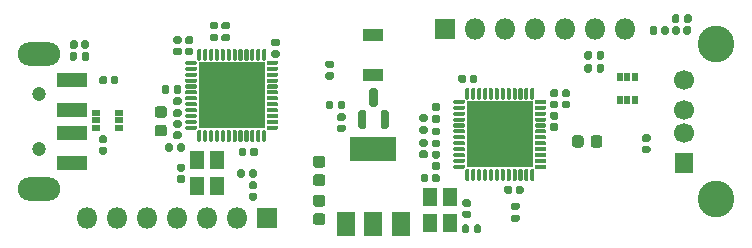
<source format=gbr>
G04 #@! TF.GenerationSoftware,KiCad,Pcbnew,5.1.6-c6e7f7d~87~ubuntu18.04.1*
G04 #@! TF.CreationDate,2021-03-10T21:37:55+06:00*
G04 #@! TF.ProjectId,USG_plus_QFN,5553475f-706c-4757-935f-51464e2e6b69,rev?*
G04 #@! TF.SameCoordinates,Original*
G04 #@! TF.FileFunction,Soldermask,Top*
G04 #@! TF.FilePolarity,Negative*
%FSLAX46Y46*%
G04 Gerber Fmt 4.6, Leading zero omitted, Abs format (unit mm)*
G04 Created by KiCad (PCBNEW 5.1.6-c6e7f7d~87~ubuntu18.04.1) date 2021-03-10 21:37:55*
%MOMM*%
%LPD*%
G01*
G04 APERTURE LIST*
%ADD10R,2.600000X1.200000*%
%ADD11O,3.600000X2.000000*%
%ADD12C,1.200000*%
%ADD13O,1.800000X1.800000*%
%ADD14R,1.800000X1.800000*%
%ADD15C,3.100000*%
%ADD16R,1.600000X1.700000*%
%ADD17C,1.700000*%
%ADD18R,1.800000X1.000000*%
%ADD19R,3.900000X2.100000*%
%ADD20R,1.600000X2.100000*%
%ADD21R,0.750000X0.500000*%
%ADD22R,0.500000X0.750000*%
%ADD23R,1.300000X1.500000*%
%ADD24R,5.700000X5.700000*%
G04 APERTURE END LIST*
G36*
G01*
X147505000Y-137290000D02*
X147895000Y-137290000D01*
G75*
G02*
X148060000Y-137455000I0J-165000D01*
G01*
X148060000Y-137785000D01*
G75*
G02*
X147895000Y-137950000I-165000J0D01*
G01*
X147505000Y-137950000D01*
G75*
G02*
X147340000Y-137785000I0J165000D01*
G01*
X147340000Y-137455000D01*
G75*
G02*
X147505000Y-137290000I165000J0D01*
G01*
G37*
G36*
G01*
X147505000Y-138250000D02*
X147895000Y-138250000D01*
G75*
G02*
X148060000Y-138415000I0J-165000D01*
G01*
X148060000Y-138745000D01*
G75*
G02*
X147895000Y-138910000I-165000J0D01*
G01*
X147505000Y-138910000D01*
G75*
G02*
X147340000Y-138745000I0J165000D01*
G01*
X147340000Y-138415000D01*
G75*
G02*
X147505000Y-138250000I165000J0D01*
G01*
G37*
G36*
G01*
X127075000Y-145475000D02*
X126525000Y-145475000D01*
G75*
G02*
X126275000Y-145225000I0J250000D01*
G01*
X126275000Y-144725000D01*
G75*
G02*
X126525000Y-144475000I250000J0D01*
G01*
X127075000Y-144475000D01*
G75*
G02*
X127325000Y-144725000I0J-250000D01*
G01*
X127325000Y-145225000D01*
G75*
G02*
X127075000Y-145475000I-250000J0D01*
G01*
G37*
G36*
G01*
X127075000Y-143925000D02*
X126525000Y-143925000D01*
G75*
G02*
X126275000Y-143675000I0J250000D01*
G01*
X126275000Y-143175000D01*
G75*
G02*
X126525000Y-142925000I250000J0D01*
G01*
X127075000Y-142925000D01*
G75*
G02*
X127325000Y-143175000I0J-250000D01*
G01*
X127325000Y-143675000D01*
G75*
G02*
X127075000Y-143925000I-250000J0D01*
G01*
G37*
G36*
G01*
X126525000Y-146225000D02*
X127075000Y-146225000D01*
G75*
G02*
X127325000Y-146475000I0J-250000D01*
G01*
X127325000Y-146975000D01*
G75*
G02*
X127075000Y-147225000I-250000J0D01*
G01*
X126525000Y-147225000D01*
G75*
G02*
X126275000Y-146975000I0J250000D01*
G01*
X126275000Y-146475000D01*
G75*
G02*
X126525000Y-146225000I250000J0D01*
G01*
G37*
G36*
G01*
X126525000Y-147775000D02*
X127075000Y-147775000D01*
G75*
G02*
X127325000Y-148025000I0J-250000D01*
G01*
X127325000Y-148525000D01*
G75*
G02*
X127075000Y-148775000I-250000J0D01*
G01*
X126525000Y-148775000D01*
G75*
G02*
X126275000Y-148525000I0J250000D01*
G01*
X126275000Y-148025000D01*
G75*
G02*
X126525000Y-147775000I250000J0D01*
G01*
G37*
G36*
G01*
X113681250Y-141275000D02*
X113118750Y-141275000D01*
G75*
G02*
X112875000Y-141031250I0J243750D01*
G01*
X112875000Y-140543750D01*
G75*
G02*
X113118750Y-140300000I243750J0D01*
G01*
X113681250Y-140300000D01*
G75*
G02*
X113925000Y-140543750I0J-243750D01*
G01*
X113925000Y-141031250D01*
G75*
G02*
X113681250Y-141275000I-243750J0D01*
G01*
G37*
G36*
G01*
X113681250Y-139700000D02*
X113118750Y-139700000D01*
G75*
G02*
X112875000Y-139456250I0J243750D01*
G01*
X112875000Y-138968750D01*
G75*
G02*
X113118750Y-138725000I243750J0D01*
G01*
X113681250Y-138725000D01*
G75*
G02*
X113925000Y-138968750I0J-243750D01*
G01*
X113925000Y-139456250D01*
G75*
G02*
X113681250Y-139700000I-243750J0D01*
G01*
G37*
G36*
G01*
X130625000Y-140625000D02*
X130275000Y-140625000D01*
G75*
G02*
X130100000Y-140450000I0J175000D01*
G01*
X130100000Y-139225000D01*
G75*
G02*
X130275000Y-139050000I175000J0D01*
G01*
X130625000Y-139050000D01*
G75*
G02*
X130800000Y-139225000I0J-175000D01*
G01*
X130800000Y-140450000D01*
G75*
G02*
X130625000Y-140625000I-175000J0D01*
G01*
G37*
G36*
G01*
X132525000Y-140625000D02*
X132175000Y-140625000D01*
G75*
G02*
X132000000Y-140450000I0J175000D01*
G01*
X132000000Y-139225000D01*
G75*
G02*
X132175000Y-139050000I175000J0D01*
G01*
X132525000Y-139050000D01*
G75*
G02*
X132700000Y-139225000I0J-175000D01*
G01*
X132700000Y-140450000D01*
G75*
G02*
X132525000Y-140625000I-175000J0D01*
G01*
G37*
G36*
G01*
X131575000Y-138750000D02*
X131225000Y-138750000D01*
G75*
G02*
X131050000Y-138575000I0J175000D01*
G01*
X131050000Y-137350000D01*
G75*
G02*
X131225000Y-137175000I175000J0D01*
G01*
X131575000Y-137175000D01*
G75*
G02*
X131750000Y-137350000I0J-175000D01*
G01*
X131750000Y-138575000D01*
G75*
G02*
X131575000Y-138750000I-175000J0D01*
G01*
G37*
G36*
G01*
X149200000Y-141418750D02*
X149200000Y-141981250D01*
G75*
G02*
X148956250Y-142225000I-243750J0D01*
G01*
X148468750Y-142225000D01*
G75*
G02*
X148225000Y-141981250I0J243750D01*
G01*
X148225000Y-141418750D01*
G75*
G02*
X148468750Y-141175000I243750J0D01*
G01*
X148956250Y-141175000D01*
G75*
G02*
X149200000Y-141418750I0J-243750D01*
G01*
G37*
G36*
G01*
X150775000Y-141418750D02*
X150775000Y-141981250D01*
G75*
G02*
X150531250Y-142225000I-243750J0D01*
G01*
X150043750Y-142225000D01*
G75*
G02*
X149800000Y-141981250I0J243750D01*
G01*
X149800000Y-141418750D01*
G75*
G02*
X150043750Y-141175000I243750J0D01*
G01*
X150531250Y-141175000D01*
G75*
G02*
X150775000Y-141418750I0J-243750D01*
G01*
G37*
D10*
X105850000Y-141000000D03*
X105850000Y-139000000D03*
X105850000Y-143500000D03*
X105850000Y-136500000D03*
D11*
X103100000Y-145700000D03*
X103100000Y-134300000D03*
D12*
X103100000Y-142300000D03*
X103100000Y-137700000D03*
D13*
X107160000Y-148200000D03*
X109700000Y-148200000D03*
X112240000Y-148200000D03*
X114780000Y-148200000D03*
X117320000Y-148200000D03*
X119860000Y-148200000D03*
D14*
X122400000Y-148200000D03*
X137500000Y-132200000D03*
D13*
X140040000Y-132200000D03*
X142580000Y-132200000D03*
X145120000Y-132200000D03*
X147660000Y-132200000D03*
X150200000Y-132200000D03*
X152740000Y-132200000D03*
D15*
X160410000Y-146570000D03*
X160410000Y-133430000D03*
D16*
X157700000Y-143500000D03*
D17*
X157700000Y-141000000D03*
X157700000Y-139000000D03*
X157700000Y-136500000D03*
D18*
X131400000Y-136100000D03*
X131400000Y-132700000D03*
D19*
X131400000Y-142350000D03*
D20*
X131400000Y-148650000D03*
X133700000Y-148650000D03*
X129100000Y-148650000D03*
D21*
X107950000Y-139250000D03*
X107950000Y-140550000D03*
X109850000Y-139900000D03*
X107950000Y-139900000D03*
X109850000Y-140550000D03*
X109850000Y-139250000D03*
D22*
X153550000Y-138150000D03*
X152250000Y-138150000D03*
X152900000Y-136250000D03*
X152900000Y-138150000D03*
X152250000Y-136250000D03*
X153550000Y-136250000D03*
D23*
X118150000Y-143300000D03*
X118150000Y-145500000D03*
X116450000Y-145500000D03*
X116450000Y-143300000D03*
X136150000Y-146400000D03*
X136150000Y-148600000D03*
X137850000Y-148600000D03*
X137850000Y-146400000D03*
G36*
G01*
X114905000Y-144550000D02*
X115295000Y-144550000D01*
G75*
G02*
X115460000Y-144715000I0J-165000D01*
G01*
X115460000Y-145045000D01*
G75*
G02*
X115295000Y-145210000I-165000J0D01*
G01*
X114905000Y-145210000D01*
G75*
G02*
X114740000Y-145045000I0J165000D01*
G01*
X114740000Y-144715000D01*
G75*
G02*
X114905000Y-144550000I165000J0D01*
G01*
G37*
G36*
G01*
X114905000Y-143590000D02*
X115295000Y-143590000D01*
G75*
G02*
X115460000Y-143755000I0J-165000D01*
G01*
X115460000Y-144085000D01*
G75*
G02*
X115295000Y-144250000I-165000J0D01*
G01*
X114905000Y-144250000D01*
G75*
G02*
X114740000Y-144085000I0J165000D01*
G01*
X114740000Y-143755000D01*
G75*
G02*
X114905000Y-143590000I165000J0D01*
G01*
G37*
G36*
G01*
X121005000Y-145090000D02*
X121395000Y-145090000D01*
G75*
G02*
X121560000Y-145255000I0J-165000D01*
G01*
X121560000Y-145585000D01*
G75*
G02*
X121395000Y-145750000I-165000J0D01*
G01*
X121005000Y-145750000D01*
G75*
G02*
X120840000Y-145585000I0J165000D01*
G01*
X120840000Y-145255000D01*
G75*
G02*
X121005000Y-145090000I165000J0D01*
G01*
G37*
G36*
G01*
X121005000Y-146050000D02*
X121395000Y-146050000D01*
G75*
G02*
X121560000Y-146215000I0J-165000D01*
G01*
X121560000Y-146545000D01*
G75*
G02*
X121395000Y-146710000I-165000J0D01*
G01*
X121005000Y-146710000D01*
G75*
G02*
X120840000Y-146545000I0J165000D01*
G01*
X120840000Y-146215000D01*
G75*
G02*
X121005000Y-146050000I165000J0D01*
G01*
G37*
G36*
G01*
X127505000Y-134850000D02*
X127895000Y-134850000D01*
G75*
G02*
X128060000Y-135015000I0J-165000D01*
G01*
X128060000Y-135345000D01*
G75*
G02*
X127895000Y-135510000I-165000J0D01*
G01*
X127505000Y-135510000D01*
G75*
G02*
X127340000Y-135345000I0J165000D01*
G01*
X127340000Y-135015000D01*
G75*
G02*
X127505000Y-134850000I165000J0D01*
G01*
G37*
G36*
G01*
X127505000Y-135810000D02*
X127895000Y-135810000D01*
G75*
G02*
X128060000Y-135975000I0J-165000D01*
G01*
X128060000Y-136305000D01*
G75*
G02*
X127895000Y-136470000I-165000J0D01*
G01*
X127505000Y-136470000D01*
G75*
G02*
X127340000Y-136305000I0J165000D01*
G01*
X127340000Y-135975000D01*
G75*
G02*
X127505000Y-135810000I165000J0D01*
G01*
G37*
G36*
G01*
X114995000Y-134410000D02*
X114605000Y-134410000D01*
G75*
G02*
X114440000Y-134245000I0J165000D01*
G01*
X114440000Y-133915000D01*
G75*
G02*
X114605000Y-133750000I165000J0D01*
G01*
X114995000Y-133750000D01*
G75*
G02*
X115160000Y-133915000I0J-165000D01*
G01*
X115160000Y-134245000D01*
G75*
G02*
X114995000Y-134410000I-165000J0D01*
G01*
G37*
G36*
G01*
X114995000Y-133450000D02*
X114605000Y-133450000D01*
G75*
G02*
X114440000Y-133285000I0J165000D01*
G01*
X114440000Y-132955000D01*
G75*
G02*
X114605000Y-132790000I165000J0D01*
G01*
X114995000Y-132790000D01*
G75*
G02*
X115160000Y-132955000I0J-165000D01*
G01*
X115160000Y-133285000D01*
G75*
G02*
X114995000Y-133450000I-165000J0D01*
G01*
G37*
G36*
G01*
X128875000Y-140930000D02*
X128485000Y-140930000D01*
G75*
G02*
X128320000Y-140765000I0J165000D01*
G01*
X128320000Y-140435000D01*
G75*
G02*
X128485000Y-140270000I165000J0D01*
G01*
X128875000Y-140270000D01*
G75*
G02*
X129040000Y-140435000I0J-165000D01*
G01*
X129040000Y-140765000D01*
G75*
G02*
X128875000Y-140930000I-165000J0D01*
G01*
G37*
G36*
G01*
X128875000Y-139970000D02*
X128485000Y-139970000D01*
G75*
G02*
X128320000Y-139805000I0J165000D01*
G01*
X128320000Y-139475000D01*
G75*
G02*
X128485000Y-139310000I165000J0D01*
G01*
X128875000Y-139310000D01*
G75*
G02*
X129040000Y-139475000I0J-165000D01*
G01*
X129040000Y-139805000D01*
G75*
G02*
X128875000Y-139970000I-165000J0D01*
G01*
G37*
G36*
G01*
X121610000Y-142405000D02*
X121610000Y-142795000D01*
G75*
G02*
X121445000Y-142960000I-165000J0D01*
G01*
X121115000Y-142960000D01*
G75*
G02*
X120950000Y-142795000I0J165000D01*
G01*
X120950000Y-142405000D01*
G75*
G02*
X121115000Y-142240000I165000J0D01*
G01*
X121445000Y-142240000D01*
G75*
G02*
X121610000Y-142405000I0J-165000D01*
G01*
G37*
G36*
G01*
X120650000Y-142405000D02*
X120650000Y-142795000D01*
G75*
G02*
X120485000Y-142960000I-165000J0D01*
G01*
X120155000Y-142960000D01*
G75*
G02*
X119990000Y-142795000I0J165000D01*
G01*
X119990000Y-142405000D01*
G75*
G02*
X120155000Y-142240000I165000J0D01*
G01*
X120485000Y-142240000D01*
G75*
G02*
X120650000Y-142405000I0J-165000D01*
G01*
G37*
G36*
G01*
X114995000Y-140550000D02*
X114605000Y-140550000D01*
G75*
G02*
X114440000Y-140385000I0J165000D01*
G01*
X114440000Y-140055000D01*
G75*
G02*
X114605000Y-139890000I165000J0D01*
G01*
X114995000Y-139890000D01*
G75*
G02*
X115160000Y-140055000I0J-165000D01*
G01*
X115160000Y-140385000D01*
G75*
G02*
X114995000Y-140550000I-165000J0D01*
G01*
G37*
G36*
G01*
X114995000Y-141510000D02*
X114605000Y-141510000D01*
G75*
G02*
X114440000Y-141345000I0J165000D01*
G01*
X114440000Y-141015000D01*
G75*
G02*
X114605000Y-140850000I165000J0D01*
G01*
X114995000Y-140850000D01*
G75*
G02*
X115160000Y-141015000I0J-165000D01*
G01*
X115160000Y-141345000D01*
G75*
G02*
X114995000Y-141510000I-165000J0D01*
G01*
G37*
G36*
G01*
X106650000Y-133695000D02*
X106650000Y-133305000D01*
G75*
G02*
X106815000Y-133140000I165000J0D01*
G01*
X107145000Y-133140000D01*
G75*
G02*
X107310000Y-133305000I0J-165000D01*
G01*
X107310000Y-133695000D01*
G75*
G02*
X107145000Y-133860000I-165000J0D01*
G01*
X106815000Y-133860000D01*
G75*
G02*
X106650000Y-133695000I0J165000D01*
G01*
G37*
G36*
G01*
X105690000Y-133695000D02*
X105690000Y-133305000D01*
G75*
G02*
X105855000Y-133140000I165000J0D01*
G01*
X106185000Y-133140000D01*
G75*
G02*
X106350000Y-133305000I0J-165000D01*
G01*
X106350000Y-133695000D01*
G75*
G02*
X106185000Y-133860000I-165000J0D01*
G01*
X105855000Y-133860000D01*
G75*
G02*
X105690000Y-133695000I0J165000D01*
G01*
G37*
G36*
G01*
X115995000Y-134410000D02*
X115605000Y-134410000D01*
G75*
G02*
X115440000Y-134245000I0J165000D01*
G01*
X115440000Y-133915000D01*
G75*
G02*
X115605000Y-133750000I165000J0D01*
G01*
X115995000Y-133750000D01*
G75*
G02*
X116160000Y-133915000I0J-165000D01*
G01*
X116160000Y-134245000D01*
G75*
G02*
X115995000Y-134410000I-165000J0D01*
G01*
G37*
G36*
G01*
X115995000Y-133450000D02*
X115605000Y-133450000D01*
G75*
G02*
X115440000Y-133285000I0J165000D01*
G01*
X115440000Y-132955000D01*
G75*
G02*
X115605000Y-132790000I165000J0D01*
G01*
X115995000Y-132790000D01*
G75*
G02*
X116160000Y-132955000I0J-165000D01*
G01*
X116160000Y-133285000D01*
G75*
G02*
X115995000Y-133450000I-165000J0D01*
G01*
G37*
G36*
G01*
X109810000Y-136305000D02*
X109810000Y-136695000D01*
G75*
G02*
X109645000Y-136860000I-165000J0D01*
G01*
X109315000Y-136860000D01*
G75*
G02*
X109150000Y-136695000I0J165000D01*
G01*
X109150000Y-136305000D01*
G75*
G02*
X109315000Y-136140000I165000J0D01*
G01*
X109645000Y-136140000D01*
G75*
G02*
X109810000Y-136305000I0J-165000D01*
G01*
G37*
G36*
G01*
X108850000Y-136305000D02*
X108850000Y-136695000D01*
G75*
G02*
X108685000Y-136860000I-165000J0D01*
G01*
X108355000Y-136860000D01*
G75*
G02*
X108190000Y-136695000I0J165000D01*
G01*
X108190000Y-136305000D01*
G75*
G02*
X108355000Y-136140000I165000J0D01*
G01*
X108685000Y-136140000D01*
G75*
G02*
X108850000Y-136305000I0J-165000D01*
G01*
G37*
G36*
G01*
X123295000Y-134610000D02*
X122905000Y-134610000D01*
G75*
G02*
X122740000Y-134445000I0J165000D01*
G01*
X122740000Y-134115000D01*
G75*
G02*
X122905000Y-133950000I165000J0D01*
G01*
X123295000Y-133950000D01*
G75*
G02*
X123460000Y-134115000I0J-165000D01*
G01*
X123460000Y-134445000D01*
G75*
G02*
X123295000Y-134610000I-165000J0D01*
G01*
G37*
G36*
G01*
X123295000Y-133650000D02*
X122905000Y-133650000D01*
G75*
G02*
X122740000Y-133485000I0J165000D01*
G01*
X122740000Y-133155000D01*
G75*
G02*
X122905000Y-132990000I165000J0D01*
G01*
X123295000Y-132990000D01*
G75*
G02*
X123460000Y-133155000I0J-165000D01*
G01*
X123460000Y-133485000D01*
G75*
G02*
X123295000Y-133650000I-165000J0D01*
G01*
G37*
G36*
G01*
X108695000Y-141850000D02*
X108305000Y-141850000D01*
G75*
G02*
X108140000Y-141685000I0J165000D01*
G01*
X108140000Y-141355000D01*
G75*
G02*
X108305000Y-141190000I165000J0D01*
G01*
X108695000Y-141190000D01*
G75*
G02*
X108860000Y-141355000I0J-165000D01*
G01*
X108860000Y-141685000D01*
G75*
G02*
X108695000Y-141850000I-165000J0D01*
G01*
G37*
G36*
G01*
X108695000Y-142810000D02*
X108305000Y-142810000D01*
G75*
G02*
X108140000Y-142645000I0J165000D01*
G01*
X108140000Y-142315000D01*
G75*
G02*
X108305000Y-142150000I165000J0D01*
G01*
X108695000Y-142150000D01*
G75*
G02*
X108860000Y-142315000I0J-165000D01*
G01*
X108860000Y-142645000D01*
G75*
G02*
X108695000Y-142810000I-165000J0D01*
G01*
G37*
G36*
G01*
X136350000Y-144995000D02*
X136350000Y-144605000D01*
G75*
G02*
X136515000Y-144440000I165000J0D01*
G01*
X136845000Y-144440000D01*
G75*
G02*
X137010000Y-144605000I0J-165000D01*
G01*
X137010000Y-144995000D01*
G75*
G02*
X136845000Y-145160000I-165000J0D01*
G01*
X136515000Y-145160000D01*
G75*
G02*
X136350000Y-144995000I0J165000D01*
G01*
G37*
G36*
G01*
X135390000Y-144995000D02*
X135390000Y-144605000D01*
G75*
G02*
X135555000Y-144440000I165000J0D01*
G01*
X135885000Y-144440000D01*
G75*
G02*
X136050000Y-144605000I0J-165000D01*
G01*
X136050000Y-144995000D01*
G75*
G02*
X135885000Y-145160000I-165000J0D01*
G01*
X135555000Y-145160000D01*
G75*
G02*
X135390000Y-144995000I0J165000D01*
G01*
G37*
G36*
G01*
X139495000Y-147250000D02*
X139105000Y-147250000D01*
G75*
G02*
X138940000Y-147085000I0J165000D01*
G01*
X138940000Y-146755000D01*
G75*
G02*
X139105000Y-146590000I165000J0D01*
G01*
X139495000Y-146590000D01*
G75*
G02*
X139660000Y-146755000I0J-165000D01*
G01*
X139660000Y-147085000D01*
G75*
G02*
X139495000Y-147250000I-165000J0D01*
G01*
G37*
G36*
G01*
X139495000Y-148210000D02*
X139105000Y-148210000D01*
G75*
G02*
X138940000Y-148045000I0J165000D01*
G01*
X138940000Y-147715000D01*
G75*
G02*
X139105000Y-147550000I165000J0D01*
G01*
X139495000Y-147550000D01*
G75*
G02*
X139660000Y-147715000I0J-165000D01*
G01*
X139660000Y-148045000D01*
G75*
G02*
X139495000Y-148210000I-165000J0D01*
G01*
G37*
G36*
G01*
X146505000Y-139190000D02*
X146895000Y-139190000D01*
G75*
G02*
X147060000Y-139355000I0J-165000D01*
G01*
X147060000Y-139685000D01*
G75*
G02*
X146895000Y-139850000I-165000J0D01*
G01*
X146505000Y-139850000D01*
G75*
G02*
X146340000Y-139685000I0J165000D01*
G01*
X146340000Y-139355000D01*
G75*
G02*
X146505000Y-139190000I165000J0D01*
G01*
G37*
G36*
G01*
X146505000Y-140150000D02*
X146895000Y-140150000D01*
G75*
G02*
X147060000Y-140315000I0J-165000D01*
G01*
X147060000Y-140645000D01*
G75*
G02*
X146895000Y-140810000I-165000J0D01*
G01*
X146505000Y-140810000D01*
G75*
G02*
X146340000Y-140645000I0J165000D01*
G01*
X146340000Y-140315000D01*
G75*
G02*
X146505000Y-140150000I165000J0D01*
G01*
G37*
G36*
G01*
X135835000Y-143120000D02*
X135445000Y-143120000D01*
G75*
G02*
X135280000Y-142955000I0J165000D01*
G01*
X135280000Y-142625000D01*
G75*
G02*
X135445000Y-142460000I165000J0D01*
G01*
X135835000Y-142460000D01*
G75*
G02*
X136000000Y-142625000I0J-165000D01*
G01*
X136000000Y-142955000D01*
G75*
G02*
X135835000Y-143120000I-165000J0D01*
G01*
G37*
G36*
G01*
X135835000Y-142160000D02*
X135445000Y-142160000D01*
G75*
G02*
X135280000Y-141995000I0J165000D01*
G01*
X135280000Y-141665000D01*
G75*
G02*
X135445000Y-141500000I165000J0D01*
G01*
X135835000Y-141500000D01*
G75*
G02*
X136000000Y-141665000I0J-165000D01*
G01*
X136000000Y-141995000D01*
G75*
G02*
X135835000Y-142160000I-165000J0D01*
G01*
G37*
G36*
G01*
X139550000Y-136595000D02*
X139550000Y-136205000D01*
G75*
G02*
X139715000Y-136040000I165000J0D01*
G01*
X140045000Y-136040000D01*
G75*
G02*
X140210000Y-136205000I0J-165000D01*
G01*
X140210000Y-136595000D01*
G75*
G02*
X140045000Y-136760000I-165000J0D01*
G01*
X139715000Y-136760000D01*
G75*
G02*
X139550000Y-136595000I0J165000D01*
G01*
G37*
G36*
G01*
X138590000Y-136595000D02*
X138590000Y-136205000D01*
G75*
G02*
X138755000Y-136040000I165000J0D01*
G01*
X139085000Y-136040000D01*
G75*
G02*
X139250000Y-136205000I0J-165000D01*
G01*
X139250000Y-136595000D01*
G75*
G02*
X139085000Y-136760000I-165000J0D01*
G01*
X138755000Y-136760000D01*
G75*
G02*
X138590000Y-136595000I0J165000D01*
G01*
G37*
G36*
G01*
X146505000Y-137290000D02*
X146895000Y-137290000D01*
G75*
G02*
X147060000Y-137455000I0J-165000D01*
G01*
X147060000Y-137785000D01*
G75*
G02*
X146895000Y-137950000I-165000J0D01*
G01*
X146505000Y-137950000D01*
G75*
G02*
X146340000Y-137785000I0J165000D01*
G01*
X146340000Y-137455000D01*
G75*
G02*
X146505000Y-137290000I165000J0D01*
G01*
G37*
G36*
G01*
X146505000Y-138250000D02*
X146895000Y-138250000D01*
G75*
G02*
X147060000Y-138415000I0J-165000D01*
G01*
X147060000Y-138745000D01*
G75*
G02*
X146895000Y-138910000I-165000J0D01*
G01*
X146505000Y-138910000D01*
G75*
G02*
X146340000Y-138745000I0J165000D01*
G01*
X146340000Y-138415000D01*
G75*
G02*
X146505000Y-138250000I165000J0D01*
G01*
G37*
G36*
G01*
X136895000Y-143150000D02*
X136505000Y-143150000D01*
G75*
G02*
X136340000Y-142985000I0J165000D01*
G01*
X136340000Y-142655000D01*
G75*
G02*
X136505000Y-142490000I165000J0D01*
G01*
X136895000Y-142490000D01*
G75*
G02*
X137060000Y-142655000I0J-165000D01*
G01*
X137060000Y-142985000D01*
G75*
G02*
X136895000Y-143150000I-165000J0D01*
G01*
G37*
G36*
G01*
X136895000Y-144110000D02*
X136505000Y-144110000D01*
G75*
G02*
X136340000Y-143945000I0J165000D01*
G01*
X136340000Y-143615000D01*
G75*
G02*
X136505000Y-143450000I165000J0D01*
G01*
X136895000Y-143450000D01*
G75*
G02*
X137060000Y-143615000I0J-165000D01*
G01*
X137060000Y-143945000D01*
G75*
G02*
X136895000Y-144110000I-165000J0D01*
G01*
G37*
G36*
G01*
X144110000Y-145605000D02*
X144110000Y-145995000D01*
G75*
G02*
X143945000Y-146160000I-165000J0D01*
G01*
X143615000Y-146160000D01*
G75*
G02*
X143450000Y-145995000I0J165000D01*
G01*
X143450000Y-145605000D01*
G75*
G02*
X143615000Y-145440000I165000J0D01*
G01*
X143945000Y-145440000D01*
G75*
G02*
X144110000Y-145605000I0J-165000D01*
G01*
G37*
G36*
G01*
X143150000Y-145605000D02*
X143150000Y-145995000D01*
G75*
G02*
X142985000Y-146160000I-165000J0D01*
G01*
X142655000Y-146160000D01*
G75*
G02*
X142490000Y-145995000I0J165000D01*
G01*
X142490000Y-145605000D01*
G75*
G02*
X142655000Y-145440000I165000J0D01*
G01*
X142985000Y-145440000D01*
G75*
G02*
X143150000Y-145605000I0J-165000D01*
G01*
G37*
G36*
G01*
X155750000Y-132495000D02*
X155750000Y-132105000D01*
G75*
G02*
X155915000Y-131940000I165000J0D01*
G01*
X156245000Y-131940000D01*
G75*
G02*
X156410000Y-132105000I0J-165000D01*
G01*
X156410000Y-132495000D01*
G75*
G02*
X156245000Y-132660000I-165000J0D01*
G01*
X155915000Y-132660000D01*
G75*
G02*
X155750000Y-132495000I0J165000D01*
G01*
G37*
G36*
G01*
X154790000Y-132495000D02*
X154790000Y-132105000D01*
G75*
G02*
X154955000Y-131940000I165000J0D01*
G01*
X155285000Y-131940000D01*
G75*
G02*
X155450000Y-132105000I0J-165000D01*
G01*
X155450000Y-132495000D01*
G75*
G02*
X155285000Y-132660000I-165000J0D01*
G01*
X154955000Y-132660000D01*
G75*
G02*
X154790000Y-132495000I0J165000D01*
G01*
G37*
G36*
G01*
X154695000Y-141750000D02*
X154305000Y-141750000D01*
G75*
G02*
X154140000Y-141585000I0J165000D01*
G01*
X154140000Y-141255000D01*
G75*
G02*
X154305000Y-141090000I165000J0D01*
G01*
X154695000Y-141090000D01*
G75*
G02*
X154860000Y-141255000I0J-165000D01*
G01*
X154860000Y-141585000D01*
G75*
G02*
X154695000Y-141750000I-165000J0D01*
G01*
G37*
G36*
G01*
X154695000Y-142710000D02*
X154305000Y-142710000D01*
G75*
G02*
X154140000Y-142545000I0J165000D01*
G01*
X154140000Y-142215000D01*
G75*
G02*
X154305000Y-142050000I165000J0D01*
G01*
X154695000Y-142050000D01*
G75*
G02*
X154860000Y-142215000I0J-165000D01*
G01*
X154860000Y-142545000D01*
G75*
G02*
X154695000Y-142710000I-165000J0D01*
G01*
G37*
G36*
G01*
X157350000Y-132105000D02*
X157350000Y-132495000D01*
G75*
G02*
X157185000Y-132660000I-165000J0D01*
G01*
X156855000Y-132660000D01*
G75*
G02*
X156690000Y-132495000I0J165000D01*
G01*
X156690000Y-132105000D01*
G75*
G02*
X156855000Y-131940000I165000J0D01*
G01*
X157185000Y-131940000D01*
G75*
G02*
X157350000Y-132105000I0J-165000D01*
G01*
G37*
G36*
G01*
X158310000Y-132105000D02*
X158310000Y-132495000D01*
G75*
G02*
X158145000Y-132660000I-165000J0D01*
G01*
X157815000Y-132660000D01*
G75*
G02*
X157650000Y-132495000I0J165000D01*
G01*
X157650000Y-132105000D01*
G75*
G02*
X157815000Y-131940000I165000J0D01*
G01*
X158145000Y-131940000D01*
G75*
G02*
X158310000Y-132105000I0J-165000D01*
G01*
G37*
G36*
G01*
X129010000Y-138410000D02*
X129010000Y-138830000D01*
G75*
G02*
X128850000Y-138990000I-160000J0D01*
G01*
X128530000Y-138990000D01*
G75*
G02*
X128370000Y-138830000I0J160000D01*
G01*
X128370000Y-138410000D01*
G75*
G02*
X128530000Y-138250000I160000J0D01*
G01*
X128850000Y-138250000D01*
G75*
G02*
X129010000Y-138410000I0J-160000D01*
G01*
G37*
G36*
G01*
X127990000Y-138410000D02*
X127990000Y-138830000D01*
G75*
G02*
X127830000Y-138990000I-160000J0D01*
G01*
X127510000Y-138990000D01*
G75*
G02*
X127350000Y-138830000I0J160000D01*
G01*
X127350000Y-138410000D01*
G75*
G02*
X127510000Y-138250000I160000J0D01*
G01*
X127830000Y-138250000D01*
G75*
G02*
X127990000Y-138410000I0J-160000D01*
G01*
G37*
G36*
G01*
X114590000Y-137970000D02*
X115010000Y-137970000D01*
G75*
G02*
X115170000Y-138130000I0J-160000D01*
G01*
X115170000Y-138450000D01*
G75*
G02*
X115010000Y-138610000I-160000J0D01*
G01*
X114590000Y-138610000D01*
G75*
G02*
X114430000Y-138450000I0J160000D01*
G01*
X114430000Y-138130000D01*
G75*
G02*
X114590000Y-137970000I160000J0D01*
G01*
G37*
G36*
G01*
X114590000Y-138990000D02*
X115010000Y-138990000D01*
G75*
G02*
X115170000Y-139150000I0J-160000D01*
G01*
X115170000Y-139470000D01*
G75*
G02*
X115010000Y-139630000I-160000J0D01*
G01*
X114590000Y-139630000D01*
G75*
G02*
X114430000Y-139470000I0J160000D01*
G01*
X114430000Y-139150000D01*
G75*
G02*
X114590000Y-138990000I160000J0D01*
G01*
G37*
G36*
G01*
X119870000Y-144610000D02*
X119870000Y-144190000D01*
G75*
G02*
X120030000Y-144030000I160000J0D01*
G01*
X120350000Y-144030000D01*
G75*
G02*
X120510000Y-144190000I0J-160000D01*
G01*
X120510000Y-144610000D01*
G75*
G02*
X120350000Y-144770000I-160000J0D01*
G01*
X120030000Y-144770000D01*
G75*
G02*
X119870000Y-144610000I0J160000D01*
G01*
G37*
G36*
G01*
X120890000Y-144610000D02*
X120890000Y-144190000D01*
G75*
G02*
X121050000Y-144030000I160000J0D01*
G01*
X121370000Y-144030000D01*
G75*
G02*
X121530000Y-144190000I0J-160000D01*
G01*
X121530000Y-144610000D01*
G75*
G02*
X121370000Y-144770000I-160000J0D01*
G01*
X121050000Y-144770000D01*
G75*
G02*
X120890000Y-144610000I0J160000D01*
G01*
G37*
G36*
G01*
X114790000Y-142410000D02*
X114790000Y-141990000D01*
G75*
G02*
X114950000Y-141830000I160000J0D01*
G01*
X115270000Y-141830000D01*
G75*
G02*
X115430000Y-141990000I0J-160000D01*
G01*
X115430000Y-142410000D01*
G75*
G02*
X115270000Y-142570000I-160000J0D01*
G01*
X114950000Y-142570000D01*
G75*
G02*
X114790000Y-142410000I0J160000D01*
G01*
G37*
G36*
G01*
X113770000Y-142410000D02*
X113770000Y-141990000D01*
G75*
G02*
X113930000Y-141830000I160000J0D01*
G01*
X114250000Y-141830000D01*
G75*
G02*
X114410000Y-141990000I0J-160000D01*
G01*
X114410000Y-142410000D01*
G75*
G02*
X114250000Y-142570000I-160000J0D01*
G01*
X113930000Y-142570000D01*
G75*
G02*
X113770000Y-142410000I0J160000D01*
G01*
G37*
G36*
G01*
X106310000Y-134290000D02*
X106310000Y-134710000D01*
G75*
G02*
X106150000Y-134870000I-160000J0D01*
G01*
X105830000Y-134870000D01*
G75*
G02*
X105670000Y-134710000I0J160000D01*
G01*
X105670000Y-134290000D01*
G75*
G02*
X105830000Y-134130000I160000J0D01*
G01*
X106150000Y-134130000D01*
G75*
G02*
X106310000Y-134290000I0J-160000D01*
G01*
G37*
G36*
G01*
X107330000Y-134290000D02*
X107330000Y-134710000D01*
G75*
G02*
X107170000Y-134870000I-160000J0D01*
G01*
X106850000Y-134870000D01*
G75*
G02*
X106690000Y-134710000I0J160000D01*
G01*
X106690000Y-134290000D01*
G75*
G02*
X106850000Y-134130000I160000J0D01*
G01*
X107170000Y-134130000D01*
G75*
G02*
X107330000Y-134290000I0J-160000D01*
G01*
G37*
G36*
G01*
X114490000Y-137510000D02*
X114490000Y-137090000D01*
G75*
G02*
X114650000Y-136930000I160000J0D01*
G01*
X114970000Y-136930000D01*
G75*
G02*
X115130000Y-137090000I0J-160000D01*
G01*
X115130000Y-137510000D01*
G75*
G02*
X114970000Y-137670000I-160000J0D01*
G01*
X114650000Y-137670000D01*
G75*
G02*
X114490000Y-137510000I0J160000D01*
G01*
G37*
G36*
G01*
X113470000Y-137510000D02*
X113470000Y-137090000D01*
G75*
G02*
X113630000Y-136930000I160000J0D01*
G01*
X113950000Y-136930000D01*
G75*
G02*
X114110000Y-137090000I0J-160000D01*
G01*
X114110000Y-137510000D01*
G75*
G02*
X113950000Y-137670000I-160000J0D01*
G01*
X113630000Y-137670000D01*
G75*
G02*
X113470000Y-137510000I0J160000D01*
G01*
G37*
G36*
G01*
X118110000Y-133230000D02*
X117690000Y-133230000D01*
G75*
G02*
X117530000Y-133070000I0J160000D01*
G01*
X117530000Y-132750000D01*
G75*
G02*
X117690000Y-132590000I160000J0D01*
G01*
X118110000Y-132590000D01*
G75*
G02*
X118270000Y-132750000I0J-160000D01*
G01*
X118270000Y-133070000D01*
G75*
G02*
X118110000Y-133230000I-160000J0D01*
G01*
G37*
G36*
G01*
X118110000Y-132210000D02*
X117690000Y-132210000D01*
G75*
G02*
X117530000Y-132050000I0J160000D01*
G01*
X117530000Y-131730000D01*
G75*
G02*
X117690000Y-131570000I160000J0D01*
G01*
X118110000Y-131570000D01*
G75*
G02*
X118270000Y-131730000I0J-160000D01*
G01*
X118270000Y-132050000D01*
G75*
G02*
X118110000Y-132210000I-160000J0D01*
G01*
G37*
G36*
G01*
X119110000Y-132210000D02*
X118690000Y-132210000D01*
G75*
G02*
X118530000Y-132050000I0J160000D01*
G01*
X118530000Y-131730000D01*
G75*
G02*
X118690000Y-131570000I160000J0D01*
G01*
X119110000Y-131570000D01*
G75*
G02*
X119270000Y-131730000I0J-160000D01*
G01*
X119270000Y-132050000D01*
G75*
G02*
X119110000Y-132210000I-160000J0D01*
G01*
G37*
G36*
G01*
X119110000Y-133230000D02*
X118690000Y-133230000D01*
G75*
G02*
X118530000Y-133070000I0J160000D01*
G01*
X118530000Y-132750000D01*
G75*
G02*
X118690000Y-132590000I160000J0D01*
G01*
X119110000Y-132590000D01*
G75*
G02*
X119270000Y-132750000I0J-160000D01*
G01*
X119270000Y-133070000D01*
G75*
G02*
X119110000Y-133230000I-160000J0D01*
G01*
G37*
G36*
G01*
X135850000Y-141050000D02*
X135430000Y-141050000D01*
G75*
G02*
X135270000Y-140890000I0J160000D01*
G01*
X135270000Y-140570000D01*
G75*
G02*
X135430000Y-140410000I160000J0D01*
G01*
X135850000Y-140410000D01*
G75*
G02*
X136010000Y-140570000I0J-160000D01*
G01*
X136010000Y-140890000D01*
G75*
G02*
X135850000Y-141050000I-160000J0D01*
G01*
G37*
G36*
G01*
X135850000Y-140030000D02*
X135430000Y-140030000D01*
G75*
G02*
X135270000Y-139870000I0J160000D01*
G01*
X135270000Y-139550000D01*
G75*
G02*
X135430000Y-139390000I160000J0D01*
G01*
X135850000Y-139390000D01*
G75*
G02*
X136010000Y-139550000I0J-160000D01*
G01*
X136010000Y-139870000D01*
G75*
G02*
X135850000Y-140030000I-160000J0D01*
G01*
G37*
G36*
G01*
X136910000Y-142180000D02*
X136490000Y-142180000D01*
G75*
G02*
X136330000Y-142020000I0J160000D01*
G01*
X136330000Y-141700000D01*
G75*
G02*
X136490000Y-141540000I160000J0D01*
G01*
X136910000Y-141540000D01*
G75*
G02*
X137070000Y-141700000I0J-160000D01*
G01*
X137070000Y-142020000D01*
G75*
G02*
X136910000Y-142180000I-160000J0D01*
G01*
G37*
G36*
G01*
X136910000Y-141160000D02*
X136490000Y-141160000D01*
G75*
G02*
X136330000Y-141000000I0J160000D01*
G01*
X136330000Y-140680000D01*
G75*
G02*
X136490000Y-140520000I160000J0D01*
G01*
X136910000Y-140520000D01*
G75*
G02*
X137070000Y-140680000I0J-160000D01*
G01*
X137070000Y-141000000D01*
G75*
G02*
X136910000Y-141160000I-160000J0D01*
G01*
G37*
G36*
G01*
X140530000Y-148890000D02*
X140530000Y-149310000D01*
G75*
G02*
X140370000Y-149470000I-160000J0D01*
G01*
X140050000Y-149470000D01*
G75*
G02*
X139890000Y-149310000I0J160000D01*
G01*
X139890000Y-148890000D01*
G75*
G02*
X140050000Y-148730000I160000J0D01*
G01*
X140370000Y-148730000D01*
G75*
G02*
X140530000Y-148890000I0J-160000D01*
G01*
G37*
G36*
G01*
X139510000Y-148890000D02*
X139510000Y-149310000D01*
G75*
G02*
X139350000Y-149470000I-160000J0D01*
G01*
X139030000Y-149470000D01*
G75*
G02*
X138870000Y-149310000I0J160000D01*
G01*
X138870000Y-148890000D01*
G75*
G02*
X139030000Y-148730000I160000J0D01*
G01*
X139350000Y-148730000D01*
G75*
G02*
X139510000Y-148890000I0J-160000D01*
G01*
G37*
G36*
G01*
X143610000Y-147510000D02*
X143190000Y-147510000D01*
G75*
G02*
X143030000Y-147350000I0J160000D01*
G01*
X143030000Y-147030000D01*
G75*
G02*
X143190000Y-146870000I160000J0D01*
G01*
X143610000Y-146870000D01*
G75*
G02*
X143770000Y-147030000I0J-160000D01*
G01*
X143770000Y-147350000D01*
G75*
G02*
X143610000Y-147510000I-160000J0D01*
G01*
G37*
G36*
G01*
X143610000Y-148530000D02*
X143190000Y-148530000D01*
G75*
G02*
X143030000Y-148370000I0J160000D01*
G01*
X143030000Y-148050000D01*
G75*
G02*
X143190000Y-147890000I160000J0D01*
G01*
X143610000Y-147890000D01*
G75*
G02*
X143770000Y-148050000I0J-160000D01*
G01*
X143770000Y-148370000D01*
G75*
G02*
X143610000Y-148530000I-160000J0D01*
G01*
G37*
G36*
G01*
X136490000Y-138470000D02*
X136910000Y-138470000D01*
G75*
G02*
X137070000Y-138630000I0J-160000D01*
G01*
X137070000Y-138950000D01*
G75*
G02*
X136910000Y-139110000I-160000J0D01*
G01*
X136490000Y-139110000D01*
G75*
G02*
X136330000Y-138950000I0J160000D01*
G01*
X136330000Y-138630000D01*
G75*
G02*
X136490000Y-138470000I160000J0D01*
G01*
G37*
G36*
G01*
X136490000Y-139490000D02*
X136910000Y-139490000D01*
G75*
G02*
X137070000Y-139650000I0J-160000D01*
G01*
X137070000Y-139970000D01*
G75*
G02*
X136910000Y-140130000I-160000J0D01*
G01*
X136490000Y-140130000D01*
G75*
G02*
X136330000Y-139970000I0J160000D01*
G01*
X136330000Y-139650000D01*
G75*
G02*
X136490000Y-139490000I160000J0D01*
G01*
G37*
G36*
G01*
X150930000Y-134200000D02*
X150930000Y-134620000D01*
G75*
G02*
X150770000Y-134780000I-160000J0D01*
G01*
X150450000Y-134780000D01*
G75*
G02*
X150290000Y-134620000I0J160000D01*
G01*
X150290000Y-134200000D01*
G75*
G02*
X150450000Y-134040000I160000J0D01*
G01*
X150770000Y-134040000D01*
G75*
G02*
X150930000Y-134200000I0J-160000D01*
G01*
G37*
G36*
G01*
X149910000Y-134200000D02*
X149910000Y-134620000D01*
G75*
G02*
X149750000Y-134780000I-160000J0D01*
G01*
X149430000Y-134780000D01*
G75*
G02*
X149270000Y-134620000I0J160000D01*
G01*
X149270000Y-134200000D01*
G75*
G02*
X149430000Y-134040000I160000J0D01*
G01*
X149750000Y-134040000D01*
G75*
G02*
X149910000Y-134200000I0J-160000D01*
G01*
G37*
G36*
G01*
X149910000Y-135290000D02*
X149910000Y-135710000D01*
G75*
G02*
X149750000Y-135870000I-160000J0D01*
G01*
X149430000Y-135870000D01*
G75*
G02*
X149270000Y-135710000I0J160000D01*
G01*
X149270000Y-135290000D01*
G75*
G02*
X149430000Y-135130000I160000J0D01*
G01*
X149750000Y-135130000D01*
G75*
G02*
X149910000Y-135290000I0J-160000D01*
G01*
G37*
G36*
G01*
X150930000Y-135290000D02*
X150930000Y-135710000D01*
G75*
G02*
X150770000Y-135870000I-160000J0D01*
G01*
X150450000Y-135870000D01*
G75*
G02*
X150290000Y-135710000I0J160000D01*
G01*
X150290000Y-135290000D01*
G75*
G02*
X150450000Y-135130000I160000J0D01*
G01*
X150770000Y-135130000D01*
G75*
G02*
X150930000Y-135290000I0J-160000D01*
G01*
G37*
G36*
G01*
X157690000Y-131510000D02*
X157690000Y-131090000D01*
G75*
G02*
X157850000Y-130930000I160000J0D01*
G01*
X158170000Y-130930000D01*
G75*
G02*
X158330000Y-131090000I0J-160000D01*
G01*
X158330000Y-131510000D01*
G75*
G02*
X158170000Y-131670000I-160000J0D01*
G01*
X157850000Y-131670000D01*
G75*
G02*
X157690000Y-131510000I0J160000D01*
G01*
G37*
G36*
G01*
X156670000Y-131510000D02*
X156670000Y-131090000D01*
G75*
G02*
X156830000Y-130930000I160000J0D01*
G01*
X157150000Y-130930000D01*
G75*
G02*
X157310000Y-131090000I0J-160000D01*
G01*
X157310000Y-131510000D01*
G75*
G02*
X157150000Y-131670000I-160000J0D01*
G01*
X156830000Y-131670000D01*
G75*
G02*
X156670000Y-131510000I0J160000D01*
G01*
G37*
G36*
G01*
X139437500Y-145025000D02*
X139262500Y-145025000D01*
G75*
G02*
X139175000Y-144937500I0J87500D01*
G01*
X139175000Y-144137500D01*
G75*
G02*
X139262500Y-144050000I87500J0D01*
G01*
X139437500Y-144050000D01*
G75*
G02*
X139525000Y-144137500I0J-87500D01*
G01*
X139525000Y-144937500D01*
G75*
G02*
X139437500Y-145025000I-87500J0D01*
G01*
G37*
G36*
G01*
X139937500Y-145025000D02*
X139762500Y-145025000D01*
G75*
G02*
X139675000Y-144937500I0J87500D01*
G01*
X139675000Y-144137500D01*
G75*
G02*
X139762500Y-144050000I87500J0D01*
G01*
X139937500Y-144050000D01*
G75*
G02*
X140025000Y-144137500I0J-87500D01*
G01*
X140025000Y-144937500D01*
G75*
G02*
X139937500Y-145025000I-87500J0D01*
G01*
G37*
G36*
G01*
X140437500Y-145025000D02*
X140262500Y-145025000D01*
G75*
G02*
X140175000Y-144937500I0J87500D01*
G01*
X140175000Y-144137500D01*
G75*
G02*
X140262500Y-144050000I87500J0D01*
G01*
X140437500Y-144050000D01*
G75*
G02*
X140525000Y-144137500I0J-87500D01*
G01*
X140525000Y-144937500D01*
G75*
G02*
X140437500Y-145025000I-87500J0D01*
G01*
G37*
G36*
G01*
X140937500Y-145025000D02*
X140762500Y-145025000D01*
G75*
G02*
X140675000Y-144937500I0J87500D01*
G01*
X140675000Y-144137500D01*
G75*
G02*
X140762500Y-144050000I87500J0D01*
G01*
X140937500Y-144050000D01*
G75*
G02*
X141025000Y-144137500I0J-87500D01*
G01*
X141025000Y-144937500D01*
G75*
G02*
X140937500Y-145025000I-87500J0D01*
G01*
G37*
G36*
G01*
X141437500Y-145025000D02*
X141262500Y-145025000D01*
G75*
G02*
X141175000Y-144937500I0J87500D01*
G01*
X141175000Y-144137500D01*
G75*
G02*
X141262500Y-144050000I87500J0D01*
G01*
X141437500Y-144050000D01*
G75*
G02*
X141525000Y-144137500I0J-87500D01*
G01*
X141525000Y-144937500D01*
G75*
G02*
X141437500Y-145025000I-87500J0D01*
G01*
G37*
G36*
G01*
X141937500Y-145025000D02*
X141762500Y-145025000D01*
G75*
G02*
X141675000Y-144937500I0J87500D01*
G01*
X141675000Y-144137500D01*
G75*
G02*
X141762500Y-144050000I87500J0D01*
G01*
X141937500Y-144050000D01*
G75*
G02*
X142025000Y-144137500I0J-87500D01*
G01*
X142025000Y-144937500D01*
G75*
G02*
X141937500Y-145025000I-87500J0D01*
G01*
G37*
G36*
G01*
X142437500Y-145025000D02*
X142262500Y-145025000D01*
G75*
G02*
X142175000Y-144937500I0J87500D01*
G01*
X142175000Y-144137500D01*
G75*
G02*
X142262500Y-144050000I87500J0D01*
G01*
X142437500Y-144050000D01*
G75*
G02*
X142525000Y-144137500I0J-87500D01*
G01*
X142525000Y-144937500D01*
G75*
G02*
X142437500Y-145025000I-87500J0D01*
G01*
G37*
G36*
G01*
X142937500Y-145025000D02*
X142762500Y-145025000D01*
G75*
G02*
X142675000Y-144937500I0J87500D01*
G01*
X142675000Y-144137500D01*
G75*
G02*
X142762500Y-144050000I87500J0D01*
G01*
X142937500Y-144050000D01*
G75*
G02*
X143025000Y-144137500I0J-87500D01*
G01*
X143025000Y-144937500D01*
G75*
G02*
X142937500Y-145025000I-87500J0D01*
G01*
G37*
G36*
G01*
X143437500Y-145025000D02*
X143262500Y-145025000D01*
G75*
G02*
X143175000Y-144937500I0J87500D01*
G01*
X143175000Y-144137500D01*
G75*
G02*
X143262500Y-144050000I87500J0D01*
G01*
X143437500Y-144050000D01*
G75*
G02*
X143525000Y-144137500I0J-87500D01*
G01*
X143525000Y-144937500D01*
G75*
G02*
X143437500Y-145025000I-87500J0D01*
G01*
G37*
G36*
G01*
X143937500Y-145025000D02*
X143762500Y-145025000D01*
G75*
G02*
X143675000Y-144937500I0J87500D01*
G01*
X143675000Y-144137500D01*
G75*
G02*
X143762500Y-144050000I87500J0D01*
G01*
X143937500Y-144050000D01*
G75*
G02*
X144025000Y-144137500I0J-87500D01*
G01*
X144025000Y-144937500D01*
G75*
G02*
X143937500Y-145025000I-87500J0D01*
G01*
G37*
G36*
G01*
X144437500Y-145025000D02*
X144262500Y-145025000D01*
G75*
G02*
X144175000Y-144937500I0J87500D01*
G01*
X144175000Y-144137500D01*
G75*
G02*
X144262500Y-144050000I87500J0D01*
G01*
X144437500Y-144050000D01*
G75*
G02*
X144525000Y-144137500I0J-87500D01*
G01*
X144525000Y-144937500D01*
G75*
G02*
X144437500Y-145025000I-87500J0D01*
G01*
G37*
G36*
G01*
X144937500Y-145025000D02*
X144762500Y-145025000D01*
G75*
G02*
X144675000Y-144937500I0J87500D01*
G01*
X144675000Y-144137500D01*
G75*
G02*
X144762500Y-144050000I87500J0D01*
G01*
X144937500Y-144050000D01*
G75*
G02*
X145025000Y-144137500I0J-87500D01*
G01*
X145025000Y-144937500D01*
G75*
G02*
X144937500Y-145025000I-87500J0D01*
G01*
G37*
G36*
G01*
X145937500Y-144025000D02*
X145137500Y-144025000D01*
G75*
G02*
X145050000Y-143937500I0J87500D01*
G01*
X145050000Y-143762500D01*
G75*
G02*
X145137500Y-143675000I87500J0D01*
G01*
X145937500Y-143675000D01*
G75*
G02*
X146025000Y-143762500I0J-87500D01*
G01*
X146025000Y-143937500D01*
G75*
G02*
X145937500Y-144025000I-87500J0D01*
G01*
G37*
G36*
G01*
X145937500Y-143525000D02*
X145137500Y-143525000D01*
G75*
G02*
X145050000Y-143437500I0J87500D01*
G01*
X145050000Y-143262500D01*
G75*
G02*
X145137500Y-143175000I87500J0D01*
G01*
X145937500Y-143175000D01*
G75*
G02*
X146025000Y-143262500I0J-87500D01*
G01*
X146025000Y-143437500D01*
G75*
G02*
X145937500Y-143525000I-87500J0D01*
G01*
G37*
G36*
G01*
X145937500Y-143025000D02*
X145137500Y-143025000D01*
G75*
G02*
X145050000Y-142937500I0J87500D01*
G01*
X145050000Y-142762500D01*
G75*
G02*
X145137500Y-142675000I87500J0D01*
G01*
X145937500Y-142675000D01*
G75*
G02*
X146025000Y-142762500I0J-87500D01*
G01*
X146025000Y-142937500D01*
G75*
G02*
X145937500Y-143025000I-87500J0D01*
G01*
G37*
G36*
G01*
X145937500Y-142525000D02*
X145137500Y-142525000D01*
G75*
G02*
X145050000Y-142437500I0J87500D01*
G01*
X145050000Y-142262500D01*
G75*
G02*
X145137500Y-142175000I87500J0D01*
G01*
X145937500Y-142175000D01*
G75*
G02*
X146025000Y-142262500I0J-87500D01*
G01*
X146025000Y-142437500D01*
G75*
G02*
X145937500Y-142525000I-87500J0D01*
G01*
G37*
G36*
G01*
X145937500Y-142025000D02*
X145137500Y-142025000D01*
G75*
G02*
X145050000Y-141937500I0J87500D01*
G01*
X145050000Y-141762500D01*
G75*
G02*
X145137500Y-141675000I87500J0D01*
G01*
X145937500Y-141675000D01*
G75*
G02*
X146025000Y-141762500I0J-87500D01*
G01*
X146025000Y-141937500D01*
G75*
G02*
X145937500Y-142025000I-87500J0D01*
G01*
G37*
G36*
G01*
X145937500Y-141525000D02*
X145137500Y-141525000D01*
G75*
G02*
X145050000Y-141437500I0J87500D01*
G01*
X145050000Y-141262500D01*
G75*
G02*
X145137500Y-141175000I87500J0D01*
G01*
X145937500Y-141175000D01*
G75*
G02*
X146025000Y-141262500I0J-87500D01*
G01*
X146025000Y-141437500D01*
G75*
G02*
X145937500Y-141525000I-87500J0D01*
G01*
G37*
G36*
G01*
X145937500Y-141025000D02*
X145137500Y-141025000D01*
G75*
G02*
X145050000Y-140937500I0J87500D01*
G01*
X145050000Y-140762500D01*
G75*
G02*
X145137500Y-140675000I87500J0D01*
G01*
X145937500Y-140675000D01*
G75*
G02*
X146025000Y-140762500I0J-87500D01*
G01*
X146025000Y-140937500D01*
G75*
G02*
X145937500Y-141025000I-87500J0D01*
G01*
G37*
G36*
G01*
X145937500Y-140525000D02*
X145137500Y-140525000D01*
G75*
G02*
X145050000Y-140437500I0J87500D01*
G01*
X145050000Y-140262500D01*
G75*
G02*
X145137500Y-140175000I87500J0D01*
G01*
X145937500Y-140175000D01*
G75*
G02*
X146025000Y-140262500I0J-87500D01*
G01*
X146025000Y-140437500D01*
G75*
G02*
X145937500Y-140525000I-87500J0D01*
G01*
G37*
G36*
G01*
X145937500Y-140025000D02*
X145137500Y-140025000D01*
G75*
G02*
X145050000Y-139937500I0J87500D01*
G01*
X145050000Y-139762500D01*
G75*
G02*
X145137500Y-139675000I87500J0D01*
G01*
X145937500Y-139675000D01*
G75*
G02*
X146025000Y-139762500I0J-87500D01*
G01*
X146025000Y-139937500D01*
G75*
G02*
X145937500Y-140025000I-87500J0D01*
G01*
G37*
G36*
G01*
X145937500Y-139525000D02*
X145137500Y-139525000D01*
G75*
G02*
X145050000Y-139437500I0J87500D01*
G01*
X145050000Y-139262500D01*
G75*
G02*
X145137500Y-139175000I87500J0D01*
G01*
X145937500Y-139175000D01*
G75*
G02*
X146025000Y-139262500I0J-87500D01*
G01*
X146025000Y-139437500D01*
G75*
G02*
X145937500Y-139525000I-87500J0D01*
G01*
G37*
G36*
G01*
X145937500Y-139025000D02*
X145137500Y-139025000D01*
G75*
G02*
X145050000Y-138937500I0J87500D01*
G01*
X145050000Y-138762500D01*
G75*
G02*
X145137500Y-138675000I87500J0D01*
G01*
X145937500Y-138675000D01*
G75*
G02*
X146025000Y-138762500I0J-87500D01*
G01*
X146025000Y-138937500D01*
G75*
G02*
X145937500Y-139025000I-87500J0D01*
G01*
G37*
G36*
G01*
X145937500Y-138525000D02*
X145137500Y-138525000D01*
G75*
G02*
X145050000Y-138437500I0J87500D01*
G01*
X145050000Y-138262500D01*
G75*
G02*
X145137500Y-138175000I87500J0D01*
G01*
X145937500Y-138175000D01*
G75*
G02*
X146025000Y-138262500I0J-87500D01*
G01*
X146025000Y-138437500D01*
G75*
G02*
X145937500Y-138525000I-87500J0D01*
G01*
G37*
G36*
G01*
X144937500Y-138150000D02*
X144762500Y-138150000D01*
G75*
G02*
X144675000Y-138062500I0J87500D01*
G01*
X144675000Y-137262500D01*
G75*
G02*
X144762500Y-137175000I87500J0D01*
G01*
X144937500Y-137175000D01*
G75*
G02*
X145025000Y-137262500I0J-87500D01*
G01*
X145025000Y-138062500D01*
G75*
G02*
X144937500Y-138150000I-87500J0D01*
G01*
G37*
G36*
G01*
X144437500Y-138150000D02*
X144262500Y-138150000D01*
G75*
G02*
X144175000Y-138062500I0J87500D01*
G01*
X144175000Y-137262500D01*
G75*
G02*
X144262500Y-137175000I87500J0D01*
G01*
X144437500Y-137175000D01*
G75*
G02*
X144525000Y-137262500I0J-87500D01*
G01*
X144525000Y-138062500D01*
G75*
G02*
X144437500Y-138150000I-87500J0D01*
G01*
G37*
G36*
G01*
X143937500Y-138150000D02*
X143762500Y-138150000D01*
G75*
G02*
X143675000Y-138062500I0J87500D01*
G01*
X143675000Y-137262500D01*
G75*
G02*
X143762500Y-137175000I87500J0D01*
G01*
X143937500Y-137175000D01*
G75*
G02*
X144025000Y-137262500I0J-87500D01*
G01*
X144025000Y-138062500D01*
G75*
G02*
X143937500Y-138150000I-87500J0D01*
G01*
G37*
G36*
G01*
X143437500Y-138150000D02*
X143262500Y-138150000D01*
G75*
G02*
X143175000Y-138062500I0J87500D01*
G01*
X143175000Y-137262500D01*
G75*
G02*
X143262500Y-137175000I87500J0D01*
G01*
X143437500Y-137175000D01*
G75*
G02*
X143525000Y-137262500I0J-87500D01*
G01*
X143525000Y-138062500D01*
G75*
G02*
X143437500Y-138150000I-87500J0D01*
G01*
G37*
G36*
G01*
X142937500Y-138150000D02*
X142762500Y-138150000D01*
G75*
G02*
X142675000Y-138062500I0J87500D01*
G01*
X142675000Y-137262500D01*
G75*
G02*
X142762500Y-137175000I87500J0D01*
G01*
X142937500Y-137175000D01*
G75*
G02*
X143025000Y-137262500I0J-87500D01*
G01*
X143025000Y-138062500D01*
G75*
G02*
X142937500Y-138150000I-87500J0D01*
G01*
G37*
G36*
G01*
X142437500Y-138150000D02*
X142262500Y-138150000D01*
G75*
G02*
X142175000Y-138062500I0J87500D01*
G01*
X142175000Y-137262500D01*
G75*
G02*
X142262500Y-137175000I87500J0D01*
G01*
X142437500Y-137175000D01*
G75*
G02*
X142525000Y-137262500I0J-87500D01*
G01*
X142525000Y-138062500D01*
G75*
G02*
X142437500Y-138150000I-87500J0D01*
G01*
G37*
G36*
G01*
X141937500Y-138150000D02*
X141762500Y-138150000D01*
G75*
G02*
X141675000Y-138062500I0J87500D01*
G01*
X141675000Y-137262500D01*
G75*
G02*
X141762500Y-137175000I87500J0D01*
G01*
X141937500Y-137175000D01*
G75*
G02*
X142025000Y-137262500I0J-87500D01*
G01*
X142025000Y-138062500D01*
G75*
G02*
X141937500Y-138150000I-87500J0D01*
G01*
G37*
G36*
G01*
X141437500Y-138150000D02*
X141262500Y-138150000D01*
G75*
G02*
X141175000Y-138062500I0J87500D01*
G01*
X141175000Y-137262500D01*
G75*
G02*
X141262500Y-137175000I87500J0D01*
G01*
X141437500Y-137175000D01*
G75*
G02*
X141525000Y-137262500I0J-87500D01*
G01*
X141525000Y-138062500D01*
G75*
G02*
X141437500Y-138150000I-87500J0D01*
G01*
G37*
G36*
G01*
X140937500Y-138150000D02*
X140762500Y-138150000D01*
G75*
G02*
X140675000Y-138062500I0J87500D01*
G01*
X140675000Y-137262500D01*
G75*
G02*
X140762500Y-137175000I87500J0D01*
G01*
X140937500Y-137175000D01*
G75*
G02*
X141025000Y-137262500I0J-87500D01*
G01*
X141025000Y-138062500D01*
G75*
G02*
X140937500Y-138150000I-87500J0D01*
G01*
G37*
G36*
G01*
X140437500Y-138150000D02*
X140262500Y-138150000D01*
G75*
G02*
X140175000Y-138062500I0J87500D01*
G01*
X140175000Y-137262500D01*
G75*
G02*
X140262500Y-137175000I87500J0D01*
G01*
X140437500Y-137175000D01*
G75*
G02*
X140525000Y-137262500I0J-87500D01*
G01*
X140525000Y-138062500D01*
G75*
G02*
X140437500Y-138150000I-87500J0D01*
G01*
G37*
G36*
G01*
X139937500Y-138150000D02*
X139762500Y-138150000D01*
G75*
G02*
X139675000Y-138062500I0J87500D01*
G01*
X139675000Y-137262500D01*
G75*
G02*
X139762500Y-137175000I87500J0D01*
G01*
X139937500Y-137175000D01*
G75*
G02*
X140025000Y-137262500I0J-87500D01*
G01*
X140025000Y-138062500D01*
G75*
G02*
X139937500Y-138150000I-87500J0D01*
G01*
G37*
G36*
G01*
X139437500Y-138150000D02*
X139262500Y-138150000D01*
G75*
G02*
X139175000Y-138062500I0J87500D01*
G01*
X139175000Y-137262500D01*
G75*
G02*
X139262500Y-137175000I87500J0D01*
G01*
X139437500Y-137175000D01*
G75*
G02*
X139525000Y-137262500I0J-87500D01*
G01*
X139525000Y-138062500D01*
G75*
G02*
X139437500Y-138150000I-87500J0D01*
G01*
G37*
G36*
G01*
X139062500Y-138525000D02*
X138262500Y-138525000D01*
G75*
G02*
X138175000Y-138437500I0J87500D01*
G01*
X138175000Y-138262500D01*
G75*
G02*
X138262500Y-138175000I87500J0D01*
G01*
X139062500Y-138175000D01*
G75*
G02*
X139150000Y-138262500I0J-87500D01*
G01*
X139150000Y-138437500D01*
G75*
G02*
X139062500Y-138525000I-87500J0D01*
G01*
G37*
G36*
G01*
X139062500Y-139025000D02*
X138262500Y-139025000D01*
G75*
G02*
X138175000Y-138937500I0J87500D01*
G01*
X138175000Y-138762500D01*
G75*
G02*
X138262500Y-138675000I87500J0D01*
G01*
X139062500Y-138675000D01*
G75*
G02*
X139150000Y-138762500I0J-87500D01*
G01*
X139150000Y-138937500D01*
G75*
G02*
X139062500Y-139025000I-87500J0D01*
G01*
G37*
G36*
G01*
X139062500Y-139525000D02*
X138262500Y-139525000D01*
G75*
G02*
X138175000Y-139437500I0J87500D01*
G01*
X138175000Y-139262500D01*
G75*
G02*
X138262500Y-139175000I87500J0D01*
G01*
X139062500Y-139175000D01*
G75*
G02*
X139150000Y-139262500I0J-87500D01*
G01*
X139150000Y-139437500D01*
G75*
G02*
X139062500Y-139525000I-87500J0D01*
G01*
G37*
G36*
G01*
X139062500Y-140025000D02*
X138262500Y-140025000D01*
G75*
G02*
X138175000Y-139937500I0J87500D01*
G01*
X138175000Y-139762500D01*
G75*
G02*
X138262500Y-139675000I87500J0D01*
G01*
X139062500Y-139675000D01*
G75*
G02*
X139150000Y-139762500I0J-87500D01*
G01*
X139150000Y-139937500D01*
G75*
G02*
X139062500Y-140025000I-87500J0D01*
G01*
G37*
G36*
G01*
X139062500Y-140525000D02*
X138262500Y-140525000D01*
G75*
G02*
X138175000Y-140437500I0J87500D01*
G01*
X138175000Y-140262500D01*
G75*
G02*
X138262500Y-140175000I87500J0D01*
G01*
X139062500Y-140175000D01*
G75*
G02*
X139150000Y-140262500I0J-87500D01*
G01*
X139150000Y-140437500D01*
G75*
G02*
X139062500Y-140525000I-87500J0D01*
G01*
G37*
G36*
G01*
X139062500Y-141025000D02*
X138262500Y-141025000D01*
G75*
G02*
X138175000Y-140937500I0J87500D01*
G01*
X138175000Y-140762500D01*
G75*
G02*
X138262500Y-140675000I87500J0D01*
G01*
X139062500Y-140675000D01*
G75*
G02*
X139150000Y-140762500I0J-87500D01*
G01*
X139150000Y-140937500D01*
G75*
G02*
X139062500Y-141025000I-87500J0D01*
G01*
G37*
G36*
G01*
X139062500Y-141525000D02*
X138262500Y-141525000D01*
G75*
G02*
X138175000Y-141437500I0J87500D01*
G01*
X138175000Y-141262500D01*
G75*
G02*
X138262500Y-141175000I87500J0D01*
G01*
X139062500Y-141175000D01*
G75*
G02*
X139150000Y-141262500I0J-87500D01*
G01*
X139150000Y-141437500D01*
G75*
G02*
X139062500Y-141525000I-87500J0D01*
G01*
G37*
G36*
G01*
X139062500Y-142025000D02*
X138262500Y-142025000D01*
G75*
G02*
X138175000Y-141937500I0J87500D01*
G01*
X138175000Y-141762500D01*
G75*
G02*
X138262500Y-141675000I87500J0D01*
G01*
X139062500Y-141675000D01*
G75*
G02*
X139150000Y-141762500I0J-87500D01*
G01*
X139150000Y-141937500D01*
G75*
G02*
X139062500Y-142025000I-87500J0D01*
G01*
G37*
G36*
G01*
X139062500Y-142525000D02*
X138262500Y-142525000D01*
G75*
G02*
X138175000Y-142437500I0J87500D01*
G01*
X138175000Y-142262500D01*
G75*
G02*
X138262500Y-142175000I87500J0D01*
G01*
X139062500Y-142175000D01*
G75*
G02*
X139150000Y-142262500I0J-87500D01*
G01*
X139150000Y-142437500D01*
G75*
G02*
X139062500Y-142525000I-87500J0D01*
G01*
G37*
G36*
G01*
X139062500Y-143025000D02*
X138262500Y-143025000D01*
G75*
G02*
X138175000Y-142937500I0J87500D01*
G01*
X138175000Y-142762500D01*
G75*
G02*
X138262500Y-142675000I87500J0D01*
G01*
X139062500Y-142675000D01*
G75*
G02*
X139150000Y-142762500I0J-87500D01*
G01*
X139150000Y-142937500D01*
G75*
G02*
X139062500Y-143025000I-87500J0D01*
G01*
G37*
G36*
G01*
X139062500Y-143525000D02*
X138262500Y-143525000D01*
G75*
G02*
X138175000Y-143437500I0J87500D01*
G01*
X138175000Y-143262500D01*
G75*
G02*
X138262500Y-143175000I87500J0D01*
G01*
X139062500Y-143175000D01*
G75*
G02*
X139150000Y-143262500I0J-87500D01*
G01*
X139150000Y-143437500D01*
G75*
G02*
X139062500Y-143525000I-87500J0D01*
G01*
G37*
G36*
G01*
X139062500Y-144025000D02*
X138262500Y-144025000D01*
G75*
G02*
X138175000Y-143937500I0J87500D01*
G01*
X138175000Y-143762500D01*
G75*
G02*
X138262500Y-143675000I87500J0D01*
G01*
X139062500Y-143675000D01*
G75*
G02*
X139150000Y-143762500I0J-87500D01*
G01*
X139150000Y-143937500D01*
G75*
G02*
X139062500Y-144025000I-87500J0D01*
G01*
G37*
D24*
X142100000Y-141100000D03*
G36*
G01*
X116737500Y-141725000D02*
X116562500Y-141725000D01*
G75*
G02*
X116475000Y-141637500I0J87500D01*
G01*
X116475000Y-140837500D01*
G75*
G02*
X116562500Y-140750000I87500J0D01*
G01*
X116737500Y-140750000D01*
G75*
G02*
X116825000Y-140837500I0J-87500D01*
G01*
X116825000Y-141637500D01*
G75*
G02*
X116737500Y-141725000I-87500J0D01*
G01*
G37*
G36*
G01*
X117237500Y-141725000D02*
X117062500Y-141725000D01*
G75*
G02*
X116975000Y-141637500I0J87500D01*
G01*
X116975000Y-140837500D01*
G75*
G02*
X117062500Y-140750000I87500J0D01*
G01*
X117237500Y-140750000D01*
G75*
G02*
X117325000Y-140837500I0J-87500D01*
G01*
X117325000Y-141637500D01*
G75*
G02*
X117237500Y-141725000I-87500J0D01*
G01*
G37*
G36*
G01*
X117737500Y-141725000D02*
X117562500Y-141725000D01*
G75*
G02*
X117475000Y-141637500I0J87500D01*
G01*
X117475000Y-140837500D01*
G75*
G02*
X117562500Y-140750000I87500J0D01*
G01*
X117737500Y-140750000D01*
G75*
G02*
X117825000Y-140837500I0J-87500D01*
G01*
X117825000Y-141637500D01*
G75*
G02*
X117737500Y-141725000I-87500J0D01*
G01*
G37*
G36*
G01*
X118237500Y-141725000D02*
X118062500Y-141725000D01*
G75*
G02*
X117975000Y-141637500I0J87500D01*
G01*
X117975000Y-140837500D01*
G75*
G02*
X118062500Y-140750000I87500J0D01*
G01*
X118237500Y-140750000D01*
G75*
G02*
X118325000Y-140837500I0J-87500D01*
G01*
X118325000Y-141637500D01*
G75*
G02*
X118237500Y-141725000I-87500J0D01*
G01*
G37*
G36*
G01*
X118737500Y-141725000D02*
X118562500Y-141725000D01*
G75*
G02*
X118475000Y-141637500I0J87500D01*
G01*
X118475000Y-140837500D01*
G75*
G02*
X118562500Y-140750000I87500J0D01*
G01*
X118737500Y-140750000D01*
G75*
G02*
X118825000Y-140837500I0J-87500D01*
G01*
X118825000Y-141637500D01*
G75*
G02*
X118737500Y-141725000I-87500J0D01*
G01*
G37*
G36*
G01*
X119237500Y-141725000D02*
X119062500Y-141725000D01*
G75*
G02*
X118975000Y-141637500I0J87500D01*
G01*
X118975000Y-140837500D01*
G75*
G02*
X119062500Y-140750000I87500J0D01*
G01*
X119237500Y-140750000D01*
G75*
G02*
X119325000Y-140837500I0J-87500D01*
G01*
X119325000Y-141637500D01*
G75*
G02*
X119237500Y-141725000I-87500J0D01*
G01*
G37*
G36*
G01*
X119737500Y-141725000D02*
X119562500Y-141725000D01*
G75*
G02*
X119475000Y-141637500I0J87500D01*
G01*
X119475000Y-140837500D01*
G75*
G02*
X119562500Y-140750000I87500J0D01*
G01*
X119737500Y-140750000D01*
G75*
G02*
X119825000Y-140837500I0J-87500D01*
G01*
X119825000Y-141637500D01*
G75*
G02*
X119737500Y-141725000I-87500J0D01*
G01*
G37*
G36*
G01*
X120237500Y-141725000D02*
X120062500Y-141725000D01*
G75*
G02*
X119975000Y-141637500I0J87500D01*
G01*
X119975000Y-140837500D01*
G75*
G02*
X120062500Y-140750000I87500J0D01*
G01*
X120237500Y-140750000D01*
G75*
G02*
X120325000Y-140837500I0J-87500D01*
G01*
X120325000Y-141637500D01*
G75*
G02*
X120237500Y-141725000I-87500J0D01*
G01*
G37*
G36*
G01*
X120737500Y-141725000D02*
X120562500Y-141725000D01*
G75*
G02*
X120475000Y-141637500I0J87500D01*
G01*
X120475000Y-140837500D01*
G75*
G02*
X120562500Y-140750000I87500J0D01*
G01*
X120737500Y-140750000D01*
G75*
G02*
X120825000Y-140837500I0J-87500D01*
G01*
X120825000Y-141637500D01*
G75*
G02*
X120737500Y-141725000I-87500J0D01*
G01*
G37*
G36*
G01*
X121237500Y-141725000D02*
X121062500Y-141725000D01*
G75*
G02*
X120975000Y-141637500I0J87500D01*
G01*
X120975000Y-140837500D01*
G75*
G02*
X121062500Y-140750000I87500J0D01*
G01*
X121237500Y-140750000D01*
G75*
G02*
X121325000Y-140837500I0J-87500D01*
G01*
X121325000Y-141637500D01*
G75*
G02*
X121237500Y-141725000I-87500J0D01*
G01*
G37*
G36*
G01*
X121737500Y-141725000D02*
X121562500Y-141725000D01*
G75*
G02*
X121475000Y-141637500I0J87500D01*
G01*
X121475000Y-140837500D01*
G75*
G02*
X121562500Y-140750000I87500J0D01*
G01*
X121737500Y-140750000D01*
G75*
G02*
X121825000Y-140837500I0J-87500D01*
G01*
X121825000Y-141637500D01*
G75*
G02*
X121737500Y-141725000I-87500J0D01*
G01*
G37*
G36*
G01*
X122237500Y-141725000D02*
X122062500Y-141725000D01*
G75*
G02*
X121975000Y-141637500I0J87500D01*
G01*
X121975000Y-140837500D01*
G75*
G02*
X122062500Y-140750000I87500J0D01*
G01*
X122237500Y-140750000D01*
G75*
G02*
X122325000Y-140837500I0J-87500D01*
G01*
X122325000Y-141637500D01*
G75*
G02*
X122237500Y-141725000I-87500J0D01*
G01*
G37*
G36*
G01*
X123237500Y-140725000D02*
X122437500Y-140725000D01*
G75*
G02*
X122350000Y-140637500I0J87500D01*
G01*
X122350000Y-140462500D01*
G75*
G02*
X122437500Y-140375000I87500J0D01*
G01*
X123237500Y-140375000D01*
G75*
G02*
X123325000Y-140462500I0J-87500D01*
G01*
X123325000Y-140637500D01*
G75*
G02*
X123237500Y-140725000I-87500J0D01*
G01*
G37*
G36*
G01*
X123237500Y-140225000D02*
X122437500Y-140225000D01*
G75*
G02*
X122350000Y-140137500I0J87500D01*
G01*
X122350000Y-139962500D01*
G75*
G02*
X122437500Y-139875000I87500J0D01*
G01*
X123237500Y-139875000D01*
G75*
G02*
X123325000Y-139962500I0J-87500D01*
G01*
X123325000Y-140137500D01*
G75*
G02*
X123237500Y-140225000I-87500J0D01*
G01*
G37*
G36*
G01*
X123237500Y-139725000D02*
X122437500Y-139725000D01*
G75*
G02*
X122350000Y-139637500I0J87500D01*
G01*
X122350000Y-139462500D01*
G75*
G02*
X122437500Y-139375000I87500J0D01*
G01*
X123237500Y-139375000D01*
G75*
G02*
X123325000Y-139462500I0J-87500D01*
G01*
X123325000Y-139637500D01*
G75*
G02*
X123237500Y-139725000I-87500J0D01*
G01*
G37*
G36*
G01*
X123237500Y-139225000D02*
X122437500Y-139225000D01*
G75*
G02*
X122350000Y-139137500I0J87500D01*
G01*
X122350000Y-138962500D01*
G75*
G02*
X122437500Y-138875000I87500J0D01*
G01*
X123237500Y-138875000D01*
G75*
G02*
X123325000Y-138962500I0J-87500D01*
G01*
X123325000Y-139137500D01*
G75*
G02*
X123237500Y-139225000I-87500J0D01*
G01*
G37*
G36*
G01*
X123237500Y-138725000D02*
X122437500Y-138725000D01*
G75*
G02*
X122350000Y-138637500I0J87500D01*
G01*
X122350000Y-138462500D01*
G75*
G02*
X122437500Y-138375000I87500J0D01*
G01*
X123237500Y-138375000D01*
G75*
G02*
X123325000Y-138462500I0J-87500D01*
G01*
X123325000Y-138637500D01*
G75*
G02*
X123237500Y-138725000I-87500J0D01*
G01*
G37*
G36*
G01*
X123237500Y-138225000D02*
X122437500Y-138225000D01*
G75*
G02*
X122350000Y-138137500I0J87500D01*
G01*
X122350000Y-137962500D01*
G75*
G02*
X122437500Y-137875000I87500J0D01*
G01*
X123237500Y-137875000D01*
G75*
G02*
X123325000Y-137962500I0J-87500D01*
G01*
X123325000Y-138137500D01*
G75*
G02*
X123237500Y-138225000I-87500J0D01*
G01*
G37*
G36*
G01*
X123237500Y-137725000D02*
X122437500Y-137725000D01*
G75*
G02*
X122350000Y-137637500I0J87500D01*
G01*
X122350000Y-137462500D01*
G75*
G02*
X122437500Y-137375000I87500J0D01*
G01*
X123237500Y-137375000D01*
G75*
G02*
X123325000Y-137462500I0J-87500D01*
G01*
X123325000Y-137637500D01*
G75*
G02*
X123237500Y-137725000I-87500J0D01*
G01*
G37*
G36*
G01*
X123237500Y-137225000D02*
X122437500Y-137225000D01*
G75*
G02*
X122350000Y-137137500I0J87500D01*
G01*
X122350000Y-136962500D01*
G75*
G02*
X122437500Y-136875000I87500J0D01*
G01*
X123237500Y-136875000D01*
G75*
G02*
X123325000Y-136962500I0J-87500D01*
G01*
X123325000Y-137137500D01*
G75*
G02*
X123237500Y-137225000I-87500J0D01*
G01*
G37*
G36*
G01*
X123237500Y-136725000D02*
X122437500Y-136725000D01*
G75*
G02*
X122350000Y-136637500I0J87500D01*
G01*
X122350000Y-136462500D01*
G75*
G02*
X122437500Y-136375000I87500J0D01*
G01*
X123237500Y-136375000D01*
G75*
G02*
X123325000Y-136462500I0J-87500D01*
G01*
X123325000Y-136637500D01*
G75*
G02*
X123237500Y-136725000I-87500J0D01*
G01*
G37*
G36*
G01*
X123237500Y-136225000D02*
X122437500Y-136225000D01*
G75*
G02*
X122350000Y-136137500I0J87500D01*
G01*
X122350000Y-135962500D01*
G75*
G02*
X122437500Y-135875000I87500J0D01*
G01*
X123237500Y-135875000D01*
G75*
G02*
X123325000Y-135962500I0J-87500D01*
G01*
X123325000Y-136137500D01*
G75*
G02*
X123237500Y-136225000I-87500J0D01*
G01*
G37*
G36*
G01*
X123237500Y-135725000D02*
X122437500Y-135725000D01*
G75*
G02*
X122350000Y-135637500I0J87500D01*
G01*
X122350000Y-135462500D01*
G75*
G02*
X122437500Y-135375000I87500J0D01*
G01*
X123237500Y-135375000D01*
G75*
G02*
X123325000Y-135462500I0J-87500D01*
G01*
X123325000Y-135637500D01*
G75*
G02*
X123237500Y-135725000I-87500J0D01*
G01*
G37*
G36*
G01*
X123237500Y-135225000D02*
X122437500Y-135225000D01*
G75*
G02*
X122350000Y-135137500I0J87500D01*
G01*
X122350000Y-134962500D01*
G75*
G02*
X122437500Y-134875000I87500J0D01*
G01*
X123237500Y-134875000D01*
G75*
G02*
X123325000Y-134962500I0J-87500D01*
G01*
X123325000Y-135137500D01*
G75*
G02*
X123237500Y-135225000I-87500J0D01*
G01*
G37*
G36*
G01*
X122237500Y-134850000D02*
X122062500Y-134850000D01*
G75*
G02*
X121975000Y-134762500I0J87500D01*
G01*
X121975000Y-133962500D01*
G75*
G02*
X122062500Y-133875000I87500J0D01*
G01*
X122237500Y-133875000D01*
G75*
G02*
X122325000Y-133962500I0J-87500D01*
G01*
X122325000Y-134762500D01*
G75*
G02*
X122237500Y-134850000I-87500J0D01*
G01*
G37*
G36*
G01*
X121737500Y-134850000D02*
X121562500Y-134850000D01*
G75*
G02*
X121475000Y-134762500I0J87500D01*
G01*
X121475000Y-133962500D01*
G75*
G02*
X121562500Y-133875000I87500J0D01*
G01*
X121737500Y-133875000D01*
G75*
G02*
X121825000Y-133962500I0J-87500D01*
G01*
X121825000Y-134762500D01*
G75*
G02*
X121737500Y-134850000I-87500J0D01*
G01*
G37*
G36*
G01*
X121237500Y-134850000D02*
X121062500Y-134850000D01*
G75*
G02*
X120975000Y-134762500I0J87500D01*
G01*
X120975000Y-133962500D01*
G75*
G02*
X121062500Y-133875000I87500J0D01*
G01*
X121237500Y-133875000D01*
G75*
G02*
X121325000Y-133962500I0J-87500D01*
G01*
X121325000Y-134762500D01*
G75*
G02*
X121237500Y-134850000I-87500J0D01*
G01*
G37*
G36*
G01*
X120737500Y-134850000D02*
X120562500Y-134850000D01*
G75*
G02*
X120475000Y-134762500I0J87500D01*
G01*
X120475000Y-133962500D01*
G75*
G02*
X120562500Y-133875000I87500J0D01*
G01*
X120737500Y-133875000D01*
G75*
G02*
X120825000Y-133962500I0J-87500D01*
G01*
X120825000Y-134762500D01*
G75*
G02*
X120737500Y-134850000I-87500J0D01*
G01*
G37*
G36*
G01*
X120237500Y-134850000D02*
X120062500Y-134850000D01*
G75*
G02*
X119975000Y-134762500I0J87500D01*
G01*
X119975000Y-133962500D01*
G75*
G02*
X120062500Y-133875000I87500J0D01*
G01*
X120237500Y-133875000D01*
G75*
G02*
X120325000Y-133962500I0J-87500D01*
G01*
X120325000Y-134762500D01*
G75*
G02*
X120237500Y-134850000I-87500J0D01*
G01*
G37*
G36*
G01*
X119737500Y-134850000D02*
X119562500Y-134850000D01*
G75*
G02*
X119475000Y-134762500I0J87500D01*
G01*
X119475000Y-133962500D01*
G75*
G02*
X119562500Y-133875000I87500J0D01*
G01*
X119737500Y-133875000D01*
G75*
G02*
X119825000Y-133962500I0J-87500D01*
G01*
X119825000Y-134762500D01*
G75*
G02*
X119737500Y-134850000I-87500J0D01*
G01*
G37*
G36*
G01*
X119237500Y-134850000D02*
X119062500Y-134850000D01*
G75*
G02*
X118975000Y-134762500I0J87500D01*
G01*
X118975000Y-133962500D01*
G75*
G02*
X119062500Y-133875000I87500J0D01*
G01*
X119237500Y-133875000D01*
G75*
G02*
X119325000Y-133962500I0J-87500D01*
G01*
X119325000Y-134762500D01*
G75*
G02*
X119237500Y-134850000I-87500J0D01*
G01*
G37*
G36*
G01*
X118737500Y-134850000D02*
X118562500Y-134850000D01*
G75*
G02*
X118475000Y-134762500I0J87500D01*
G01*
X118475000Y-133962500D01*
G75*
G02*
X118562500Y-133875000I87500J0D01*
G01*
X118737500Y-133875000D01*
G75*
G02*
X118825000Y-133962500I0J-87500D01*
G01*
X118825000Y-134762500D01*
G75*
G02*
X118737500Y-134850000I-87500J0D01*
G01*
G37*
G36*
G01*
X118237500Y-134850000D02*
X118062500Y-134850000D01*
G75*
G02*
X117975000Y-134762500I0J87500D01*
G01*
X117975000Y-133962500D01*
G75*
G02*
X118062500Y-133875000I87500J0D01*
G01*
X118237500Y-133875000D01*
G75*
G02*
X118325000Y-133962500I0J-87500D01*
G01*
X118325000Y-134762500D01*
G75*
G02*
X118237500Y-134850000I-87500J0D01*
G01*
G37*
G36*
G01*
X117737500Y-134850000D02*
X117562500Y-134850000D01*
G75*
G02*
X117475000Y-134762500I0J87500D01*
G01*
X117475000Y-133962500D01*
G75*
G02*
X117562500Y-133875000I87500J0D01*
G01*
X117737500Y-133875000D01*
G75*
G02*
X117825000Y-133962500I0J-87500D01*
G01*
X117825000Y-134762500D01*
G75*
G02*
X117737500Y-134850000I-87500J0D01*
G01*
G37*
G36*
G01*
X117237500Y-134850000D02*
X117062500Y-134850000D01*
G75*
G02*
X116975000Y-134762500I0J87500D01*
G01*
X116975000Y-133962500D01*
G75*
G02*
X117062500Y-133875000I87500J0D01*
G01*
X117237500Y-133875000D01*
G75*
G02*
X117325000Y-133962500I0J-87500D01*
G01*
X117325000Y-134762500D01*
G75*
G02*
X117237500Y-134850000I-87500J0D01*
G01*
G37*
G36*
G01*
X116737500Y-134850000D02*
X116562500Y-134850000D01*
G75*
G02*
X116475000Y-134762500I0J87500D01*
G01*
X116475000Y-133962500D01*
G75*
G02*
X116562500Y-133875000I87500J0D01*
G01*
X116737500Y-133875000D01*
G75*
G02*
X116825000Y-133962500I0J-87500D01*
G01*
X116825000Y-134762500D01*
G75*
G02*
X116737500Y-134850000I-87500J0D01*
G01*
G37*
G36*
G01*
X116362500Y-135225000D02*
X115562500Y-135225000D01*
G75*
G02*
X115475000Y-135137500I0J87500D01*
G01*
X115475000Y-134962500D01*
G75*
G02*
X115562500Y-134875000I87500J0D01*
G01*
X116362500Y-134875000D01*
G75*
G02*
X116450000Y-134962500I0J-87500D01*
G01*
X116450000Y-135137500D01*
G75*
G02*
X116362500Y-135225000I-87500J0D01*
G01*
G37*
G36*
G01*
X116362500Y-135725000D02*
X115562500Y-135725000D01*
G75*
G02*
X115475000Y-135637500I0J87500D01*
G01*
X115475000Y-135462500D01*
G75*
G02*
X115562500Y-135375000I87500J0D01*
G01*
X116362500Y-135375000D01*
G75*
G02*
X116450000Y-135462500I0J-87500D01*
G01*
X116450000Y-135637500D01*
G75*
G02*
X116362500Y-135725000I-87500J0D01*
G01*
G37*
G36*
G01*
X116362500Y-136225000D02*
X115562500Y-136225000D01*
G75*
G02*
X115475000Y-136137500I0J87500D01*
G01*
X115475000Y-135962500D01*
G75*
G02*
X115562500Y-135875000I87500J0D01*
G01*
X116362500Y-135875000D01*
G75*
G02*
X116450000Y-135962500I0J-87500D01*
G01*
X116450000Y-136137500D01*
G75*
G02*
X116362500Y-136225000I-87500J0D01*
G01*
G37*
G36*
G01*
X116362500Y-136725000D02*
X115562500Y-136725000D01*
G75*
G02*
X115475000Y-136637500I0J87500D01*
G01*
X115475000Y-136462500D01*
G75*
G02*
X115562500Y-136375000I87500J0D01*
G01*
X116362500Y-136375000D01*
G75*
G02*
X116450000Y-136462500I0J-87500D01*
G01*
X116450000Y-136637500D01*
G75*
G02*
X116362500Y-136725000I-87500J0D01*
G01*
G37*
G36*
G01*
X116362500Y-137225000D02*
X115562500Y-137225000D01*
G75*
G02*
X115475000Y-137137500I0J87500D01*
G01*
X115475000Y-136962500D01*
G75*
G02*
X115562500Y-136875000I87500J0D01*
G01*
X116362500Y-136875000D01*
G75*
G02*
X116450000Y-136962500I0J-87500D01*
G01*
X116450000Y-137137500D01*
G75*
G02*
X116362500Y-137225000I-87500J0D01*
G01*
G37*
G36*
G01*
X116362500Y-137725000D02*
X115562500Y-137725000D01*
G75*
G02*
X115475000Y-137637500I0J87500D01*
G01*
X115475000Y-137462500D01*
G75*
G02*
X115562500Y-137375000I87500J0D01*
G01*
X116362500Y-137375000D01*
G75*
G02*
X116450000Y-137462500I0J-87500D01*
G01*
X116450000Y-137637500D01*
G75*
G02*
X116362500Y-137725000I-87500J0D01*
G01*
G37*
G36*
G01*
X116362500Y-138225000D02*
X115562500Y-138225000D01*
G75*
G02*
X115475000Y-138137500I0J87500D01*
G01*
X115475000Y-137962500D01*
G75*
G02*
X115562500Y-137875000I87500J0D01*
G01*
X116362500Y-137875000D01*
G75*
G02*
X116450000Y-137962500I0J-87500D01*
G01*
X116450000Y-138137500D01*
G75*
G02*
X116362500Y-138225000I-87500J0D01*
G01*
G37*
G36*
G01*
X116362500Y-138725000D02*
X115562500Y-138725000D01*
G75*
G02*
X115475000Y-138637500I0J87500D01*
G01*
X115475000Y-138462500D01*
G75*
G02*
X115562500Y-138375000I87500J0D01*
G01*
X116362500Y-138375000D01*
G75*
G02*
X116450000Y-138462500I0J-87500D01*
G01*
X116450000Y-138637500D01*
G75*
G02*
X116362500Y-138725000I-87500J0D01*
G01*
G37*
G36*
G01*
X116362500Y-139225000D02*
X115562500Y-139225000D01*
G75*
G02*
X115475000Y-139137500I0J87500D01*
G01*
X115475000Y-138962500D01*
G75*
G02*
X115562500Y-138875000I87500J0D01*
G01*
X116362500Y-138875000D01*
G75*
G02*
X116450000Y-138962500I0J-87500D01*
G01*
X116450000Y-139137500D01*
G75*
G02*
X116362500Y-139225000I-87500J0D01*
G01*
G37*
G36*
G01*
X116362500Y-139725000D02*
X115562500Y-139725000D01*
G75*
G02*
X115475000Y-139637500I0J87500D01*
G01*
X115475000Y-139462500D01*
G75*
G02*
X115562500Y-139375000I87500J0D01*
G01*
X116362500Y-139375000D01*
G75*
G02*
X116450000Y-139462500I0J-87500D01*
G01*
X116450000Y-139637500D01*
G75*
G02*
X116362500Y-139725000I-87500J0D01*
G01*
G37*
G36*
G01*
X116362500Y-140225000D02*
X115562500Y-140225000D01*
G75*
G02*
X115475000Y-140137500I0J87500D01*
G01*
X115475000Y-139962500D01*
G75*
G02*
X115562500Y-139875000I87500J0D01*
G01*
X116362500Y-139875000D01*
G75*
G02*
X116450000Y-139962500I0J-87500D01*
G01*
X116450000Y-140137500D01*
G75*
G02*
X116362500Y-140225000I-87500J0D01*
G01*
G37*
G36*
G01*
X116362500Y-140725000D02*
X115562500Y-140725000D01*
G75*
G02*
X115475000Y-140637500I0J87500D01*
G01*
X115475000Y-140462500D01*
G75*
G02*
X115562500Y-140375000I87500J0D01*
G01*
X116362500Y-140375000D01*
G75*
G02*
X116450000Y-140462500I0J-87500D01*
G01*
X116450000Y-140637500D01*
G75*
G02*
X116362500Y-140725000I-87500J0D01*
G01*
G37*
X119400000Y-137800000D03*
M02*

</source>
